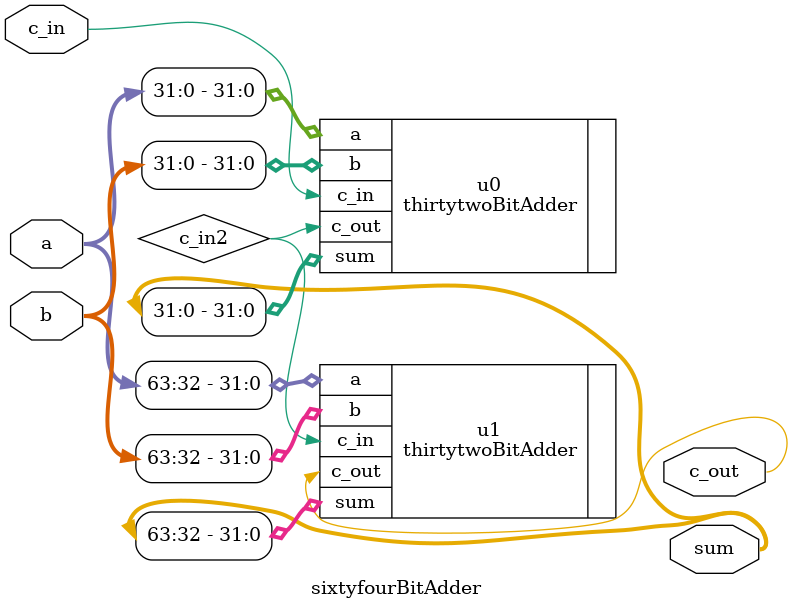
<source format=v>
`timescale 1ns / 1ps


module sixtyfourBitAdder(
    output [63:0] sum,
    output c_out,
    input [63:0] a,
    input [63:0] b,
    input c_in
    );
    
    wire c_in2;
    thirtytwoBitAdder u0(.sum(sum[31:0]), .c_out(c_in2), .a(a[31:0]), .b(b[31:0]), .c_in(c_in));
    thirtytwoBitAdder u1(.sum(sum[63:32]), .c_out(c_out), .a(a[63:32]), .b(b[63:32]), .c_in(c_in2));
    
endmodule

</source>
